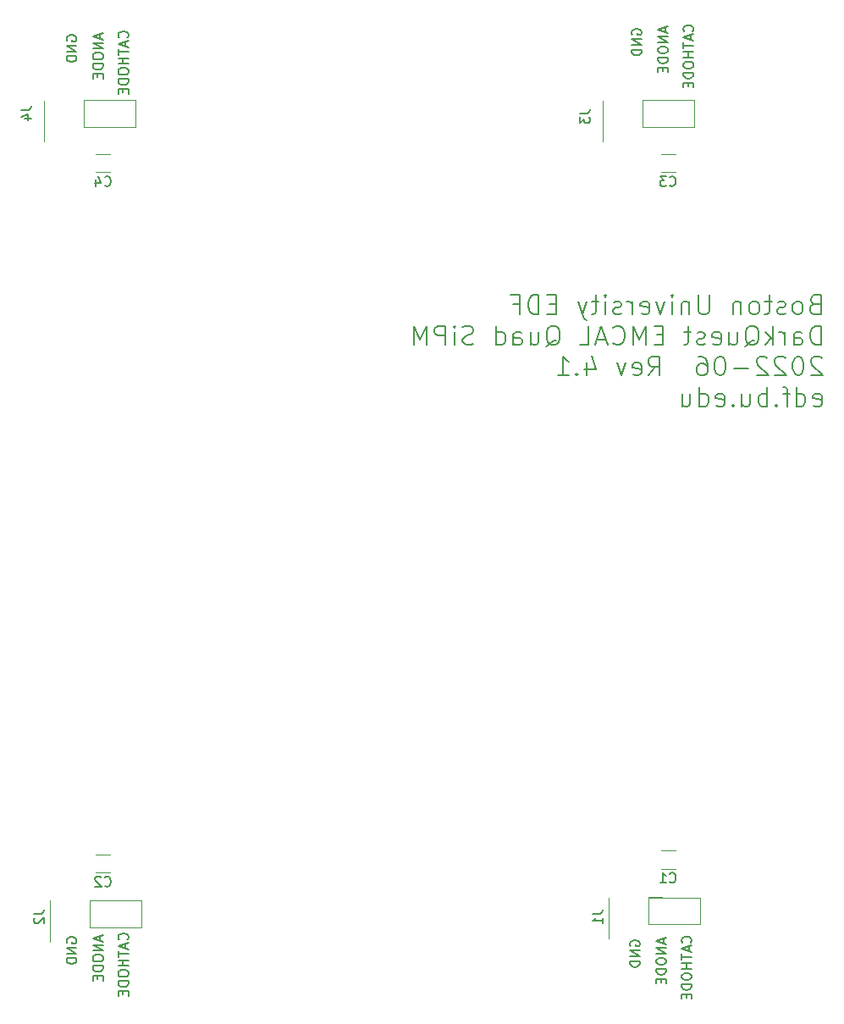
<source format=gbr>
%TF.GenerationSoftware,KiCad,Pcbnew,7.0.5-0*%
%TF.CreationDate,2023-06-12T10:58:38-04:00*%
%TF.ProjectId,quad_sipm,71756164-5f73-4697-906d-2e6b69636164,rev?*%
%TF.SameCoordinates,Original*%
%TF.FileFunction,Legend,Bot*%
%TF.FilePolarity,Positive*%
%FSLAX46Y46*%
G04 Gerber Fmt 4.6, Leading zero omitted, Abs format (unit mm)*
G04 Created by KiCad (PCBNEW 7.0.5-0) date 2023-06-12 10:58:38*
%MOMM*%
%LPD*%
G01*
G04 APERTURE LIST*
%ADD10C,0.150000*%
%ADD11C,0.203200*%
%ADD12C,0.120000*%
G04 APERTURE END LIST*
D10*
X130709580Y-51809999D02*
X130757200Y-51762380D01*
X130757200Y-51762380D02*
X130804819Y-51619523D01*
X130804819Y-51619523D02*
X130804819Y-51524285D01*
X130804819Y-51524285D02*
X130757200Y-51381428D01*
X130757200Y-51381428D02*
X130661961Y-51286190D01*
X130661961Y-51286190D02*
X130566723Y-51238571D01*
X130566723Y-51238571D02*
X130376247Y-51190952D01*
X130376247Y-51190952D02*
X130233390Y-51190952D01*
X130233390Y-51190952D02*
X130042914Y-51238571D01*
X130042914Y-51238571D02*
X129947676Y-51286190D01*
X129947676Y-51286190D02*
X129852438Y-51381428D01*
X129852438Y-51381428D02*
X129804819Y-51524285D01*
X129804819Y-51524285D02*
X129804819Y-51619523D01*
X129804819Y-51619523D02*
X129852438Y-51762380D01*
X129852438Y-51762380D02*
X129900057Y-51809999D01*
X130519104Y-52190952D02*
X130519104Y-52667142D01*
X130804819Y-52095714D02*
X129804819Y-52429047D01*
X129804819Y-52429047D02*
X130804819Y-52762380D01*
X129804819Y-52952857D02*
X129804819Y-53524285D01*
X130804819Y-53238571D02*
X129804819Y-53238571D01*
X130804819Y-53857619D02*
X129804819Y-53857619D01*
X130281009Y-53857619D02*
X130281009Y-54429047D01*
X130804819Y-54429047D02*
X129804819Y-54429047D01*
X129804819Y-55095714D02*
X129804819Y-55286190D01*
X129804819Y-55286190D02*
X129852438Y-55381428D01*
X129852438Y-55381428D02*
X129947676Y-55476666D01*
X129947676Y-55476666D02*
X130138152Y-55524285D01*
X130138152Y-55524285D02*
X130471485Y-55524285D01*
X130471485Y-55524285D02*
X130661961Y-55476666D01*
X130661961Y-55476666D02*
X130757200Y-55381428D01*
X130757200Y-55381428D02*
X130804819Y-55286190D01*
X130804819Y-55286190D02*
X130804819Y-55095714D01*
X130804819Y-55095714D02*
X130757200Y-55000476D01*
X130757200Y-55000476D02*
X130661961Y-54905238D01*
X130661961Y-54905238D02*
X130471485Y-54857619D01*
X130471485Y-54857619D02*
X130138152Y-54857619D01*
X130138152Y-54857619D02*
X129947676Y-54905238D01*
X129947676Y-54905238D02*
X129852438Y-55000476D01*
X129852438Y-55000476D02*
X129804819Y-55095714D01*
X130804819Y-55952857D02*
X129804819Y-55952857D01*
X129804819Y-55952857D02*
X129804819Y-56190952D01*
X129804819Y-56190952D02*
X129852438Y-56333809D01*
X129852438Y-56333809D02*
X129947676Y-56429047D01*
X129947676Y-56429047D02*
X130042914Y-56476666D01*
X130042914Y-56476666D02*
X130233390Y-56524285D01*
X130233390Y-56524285D02*
X130376247Y-56524285D01*
X130376247Y-56524285D02*
X130566723Y-56476666D01*
X130566723Y-56476666D02*
X130661961Y-56429047D01*
X130661961Y-56429047D02*
X130757200Y-56333809D01*
X130757200Y-56333809D02*
X130804819Y-56190952D01*
X130804819Y-56190952D02*
X130804819Y-55952857D01*
X130281009Y-56952857D02*
X130281009Y-57286190D01*
X130804819Y-57429047D02*
X130804819Y-56952857D01*
X130804819Y-56952857D02*
X129804819Y-56952857D01*
X129804819Y-56952857D02*
X129804819Y-57429047D01*
X124677438Y-52133095D02*
X124629819Y-52037857D01*
X124629819Y-52037857D02*
X124629819Y-51895000D01*
X124629819Y-51895000D02*
X124677438Y-51752143D01*
X124677438Y-51752143D02*
X124772676Y-51656905D01*
X124772676Y-51656905D02*
X124867914Y-51609286D01*
X124867914Y-51609286D02*
X125058390Y-51561667D01*
X125058390Y-51561667D02*
X125201247Y-51561667D01*
X125201247Y-51561667D02*
X125391723Y-51609286D01*
X125391723Y-51609286D02*
X125486961Y-51656905D01*
X125486961Y-51656905D02*
X125582200Y-51752143D01*
X125582200Y-51752143D02*
X125629819Y-51895000D01*
X125629819Y-51895000D02*
X125629819Y-51990238D01*
X125629819Y-51990238D02*
X125582200Y-52133095D01*
X125582200Y-52133095D02*
X125534580Y-52180714D01*
X125534580Y-52180714D02*
X125201247Y-52180714D01*
X125201247Y-52180714D02*
X125201247Y-51990238D01*
X125629819Y-52609286D02*
X124629819Y-52609286D01*
X124629819Y-52609286D02*
X125629819Y-53180714D01*
X125629819Y-53180714D02*
X124629819Y-53180714D01*
X125629819Y-53656905D02*
X124629819Y-53656905D01*
X124629819Y-53656905D02*
X124629819Y-53895000D01*
X124629819Y-53895000D02*
X124677438Y-54037857D01*
X124677438Y-54037857D02*
X124772676Y-54133095D01*
X124772676Y-54133095D02*
X124867914Y-54180714D01*
X124867914Y-54180714D02*
X125058390Y-54228333D01*
X125058390Y-54228333D02*
X125201247Y-54228333D01*
X125201247Y-54228333D02*
X125391723Y-54180714D01*
X125391723Y-54180714D02*
X125486961Y-54133095D01*
X125486961Y-54133095D02*
X125582200Y-54037857D01*
X125582200Y-54037857D02*
X125629819Y-53895000D01*
X125629819Y-53895000D02*
X125629819Y-53656905D01*
X127979104Y-51436905D02*
X127979104Y-51913095D01*
X128264819Y-51341667D02*
X127264819Y-51675000D01*
X127264819Y-51675000D02*
X128264819Y-52008333D01*
X128264819Y-52341667D02*
X127264819Y-52341667D01*
X127264819Y-52341667D02*
X128264819Y-52913095D01*
X128264819Y-52913095D02*
X127264819Y-52913095D01*
X127264819Y-53579762D02*
X127264819Y-53770238D01*
X127264819Y-53770238D02*
X127312438Y-53865476D01*
X127312438Y-53865476D02*
X127407676Y-53960714D01*
X127407676Y-53960714D02*
X127598152Y-54008333D01*
X127598152Y-54008333D02*
X127931485Y-54008333D01*
X127931485Y-54008333D02*
X128121961Y-53960714D01*
X128121961Y-53960714D02*
X128217200Y-53865476D01*
X128217200Y-53865476D02*
X128264819Y-53770238D01*
X128264819Y-53770238D02*
X128264819Y-53579762D01*
X128264819Y-53579762D02*
X128217200Y-53484524D01*
X128217200Y-53484524D02*
X128121961Y-53389286D01*
X128121961Y-53389286D02*
X127931485Y-53341667D01*
X127931485Y-53341667D02*
X127598152Y-53341667D01*
X127598152Y-53341667D02*
X127407676Y-53389286D01*
X127407676Y-53389286D02*
X127312438Y-53484524D01*
X127312438Y-53484524D02*
X127264819Y-53579762D01*
X128264819Y-54436905D02*
X127264819Y-54436905D01*
X127264819Y-54436905D02*
X127264819Y-54675000D01*
X127264819Y-54675000D02*
X127312438Y-54817857D01*
X127312438Y-54817857D02*
X127407676Y-54913095D01*
X127407676Y-54913095D02*
X127502914Y-54960714D01*
X127502914Y-54960714D02*
X127693390Y-55008333D01*
X127693390Y-55008333D02*
X127836247Y-55008333D01*
X127836247Y-55008333D02*
X128026723Y-54960714D01*
X128026723Y-54960714D02*
X128121961Y-54913095D01*
X128121961Y-54913095D02*
X128217200Y-54817857D01*
X128217200Y-54817857D02*
X128264819Y-54675000D01*
X128264819Y-54675000D02*
X128264819Y-54436905D01*
X127741009Y-55436905D02*
X127741009Y-55770238D01*
X128264819Y-55913095D02*
X128264819Y-55436905D01*
X128264819Y-55436905D02*
X127264819Y-55436905D01*
X127264819Y-55436905D02*
X127264819Y-55913095D01*
X68162438Y-142938095D02*
X68114819Y-142842857D01*
X68114819Y-142842857D02*
X68114819Y-142700000D01*
X68114819Y-142700000D02*
X68162438Y-142557143D01*
X68162438Y-142557143D02*
X68257676Y-142461905D01*
X68257676Y-142461905D02*
X68352914Y-142414286D01*
X68352914Y-142414286D02*
X68543390Y-142366667D01*
X68543390Y-142366667D02*
X68686247Y-142366667D01*
X68686247Y-142366667D02*
X68876723Y-142414286D01*
X68876723Y-142414286D02*
X68971961Y-142461905D01*
X68971961Y-142461905D02*
X69067200Y-142557143D01*
X69067200Y-142557143D02*
X69114819Y-142700000D01*
X69114819Y-142700000D02*
X69114819Y-142795238D01*
X69114819Y-142795238D02*
X69067200Y-142938095D01*
X69067200Y-142938095D02*
X69019580Y-142985714D01*
X69019580Y-142985714D02*
X68686247Y-142985714D01*
X68686247Y-142985714D02*
X68686247Y-142795238D01*
X69114819Y-143414286D02*
X68114819Y-143414286D01*
X68114819Y-143414286D02*
X69114819Y-143985714D01*
X69114819Y-143985714D02*
X68114819Y-143985714D01*
X69114819Y-144461905D02*
X68114819Y-144461905D01*
X68114819Y-144461905D02*
X68114819Y-144700000D01*
X68114819Y-144700000D02*
X68162438Y-144842857D01*
X68162438Y-144842857D02*
X68257676Y-144938095D01*
X68257676Y-144938095D02*
X68352914Y-144985714D01*
X68352914Y-144985714D02*
X68543390Y-145033333D01*
X68543390Y-145033333D02*
X68686247Y-145033333D01*
X68686247Y-145033333D02*
X68876723Y-144985714D01*
X68876723Y-144985714D02*
X68971961Y-144938095D01*
X68971961Y-144938095D02*
X69067200Y-144842857D01*
X69067200Y-144842857D02*
X69114819Y-144700000D01*
X69114819Y-144700000D02*
X69114819Y-144461905D01*
X71464104Y-142241905D02*
X71464104Y-142718095D01*
X71749819Y-142146667D02*
X70749819Y-142480000D01*
X70749819Y-142480000D02*
X71749819Y-142813333D01*
X71749819Y-143146667D02*
X70749819Y-143146667D01*
X70749819Y-143146667D02*
X71749819Y-143718095D01*
X71749819Y-143718095D02*
X70749819Y-143718095D01*
X70749819Y-144384762D02*
X70749819Y-144575238D01*
X70749819Y-144575238D02*
X70797438Y-144670476D01*
X70797438Y-144670476D02*
X70892676Y-144765714D01*
X70892676Y-144765714D02*
X71083152Y-144813333D01*
X71083152Y-144813333D02*
X71416485Y-144813333D01*
X71416485Y-144813333D02*
X71606961Y-144765714D01*
X71606961Y-144765714D02*
X71702200Y-144670476D01*
X71702200Y-144670476D02*
X71749819Y-144575238D01*
X71749819Y-144575238D02*
X71749819Y-144384762D01*
X71749819Y-144384762D02*
X71702200Y-144289524D01*
X71702200Y-144289524D02*
X71606961Y-144194286D01*
X71606961Y-144194286D02*
X71416485Y-144146667D01*
X71416485Y-144146667D02*
X71083152Y-144146667D01*
X71083152Y-144146667D02*
X70892676Y-144194286D01*
X70892676Y-144194286D02*
X70797438Y-144289524D01*
X70797438Y-144289524D02*
X70749819Y-144384762D01*
X71749819Y-145241905D02*
X70749819Y-145241905D01*
X70749819Y-145241905D02*
X70749819Y-145480000D01*
X70749819Y-145480000D02*
X70797438Y-145622857D01*
X70797438Y-145622857D02*
X70892676Y-145718095D01*
X70892676Y-145718095D02*
X70987914Y-145765714D01*
X70987914Y-145765714D02*
X71178390Y-145813333D01*
X71178390Y-145813333D02*
X71321247Y-145813333D01*
X71321247Y-145813333D02*
X71511723Y-145765714D01*
X71511723Y-145765714D02*
X71606961Y-145718095D01*
X71606961Y-145718095D02*
X71702200Y-145622857D01*
X71702200Y-145622857D02*
X71749819Y-145480000D01*
X71749819Y-145480000D02*
X71749819Y-145241905D01*
X71226009Y-146241905D02*
X71226009Y-146575238D01*
X71749819Y-146718095D02*
X71749819Y-146241905D01*
X71749819Y-146241905D02*
X70749819Y-146241905D01*
X70749819Y-146241905D02*
X70749819Y-146718095D01*
X74194580Y-52444999D02*
X74242200Y-52397380D01*
X74242200Y-52397380D02*
X74289819Y-52254523D01*
X74289819Y-52254523D02*
X74289819Y-52159285D01*
X74289819Y-52159285D02*
X74242200Y-52016428D01*
X74242200Y-52016428D02*
X74146961Y-51921190D01*
X74146961Y-51921190D02*
X74051723Y-51873571D01*
X74051723Y-51873571D02*
X73861247Y-51825952D01*
X73861247Y-51825952D02*
X73718390Y-51825952D01*
X73718390Y-51825952D02*
X73527914Y-51873571D01*
X73527914Y-51873571D02*
X73432676Y-51921190D01*
X73432676Y-51921190D02*
X73337438Y-52016428D01*
X73337438Y-52016428D02*
X73289819Y-52159285D01*
X73289819Y-52159285D02*
X73289819Y-52254523D01*
X73289819Y-52254523D02*
X73337438Y-52397380D01*
X73337438Y-52397380D02*
X73385057Y-52444999D01*
X74004104Y-52825952D02*
X74004104Y-53302142D01*
X74289819Y-52730714D02*
X73289819Y-53064047D01*
X73289819Y-53064047D02*
X74289819Y-53397380D01*
X73289819Y-53587857D02*
X73289819Y-54159285D01*
X74289819Y-53873571D02*
X73289819Y-53873571D01*
X74289819Y-54492619D02*
X73289819Y-54492619D01*
X73766009Y-54492619D02*
X73766009Y-55064047D01*
X74289819Y-55064047D02*
X73289819Y-55064047D01*
X73289819Y-55730714D02*
X73289819Y-55921190D01*
X73289819Y-55921190D02*
X73337438Y-56016428D01*
X73337438Y-56016428D02*
X73432676Y-56111666D01*
X73432676Y-56111666D02*
X73623152Y-56159285D01*
X73623152Y-56159285D02*
X73956485Y-56159285D01*
X73956485Y-56159285D02*
X74146961Y-56111666D01*
X74146961Y-56111666D02*
X74242200Y-56016428D01*
X74242200Y-56016428D02*
X74289819Y-55921190D01*
X74289819Y-55921190D02*
X74289819Y-55730714D01*
X74289819Y-55730714D02*
X74242200Y-55635476D01*
X74242200Y-55635476D02*
X74146961Y-55540238D01*
X74146961Y-55540238D02*
X73956485Y-55492619D01*
X73956485Y-55492619D02*
X73623152Y-55492619D01*
X73623152Y-55492619D02*
X73432676Y-55540238D01*
X73432676Y-55540238D02*
X73337438Y-55635476D01*
X73337438Y-55635476D02*
X73289819Y-55730714D01*
X74289819Y-56587857D02*
X73289819Y-56587857D01*
X73289819Y-56587857D02*
X73289819Y-56825952D01*
X73289819Y-56825952D02*
X73337438Y-56968809D01*
X73337438Y-56968809D02*
X73432676Y-57064047D01*
X73432676Y-57064047D02*
X73527914Y-57111666D01*
X73527914Y-57111666D02*
X73718390Y-57159285D01*
X73718390Y-57159285D02*
X73861247Y-57159285D01*
X73861247Y-57159285D02*
X74051723Y-57111666D01*
X74051723Y-57111666D02*
X74146961Y-57064047D01*
X74146961Y-57064047D02*
X74242200Y-56968809D01*
X74242200Y-56968809D02*
X74289819Y-56825952D01*
X74289819Y-56825952D02*
X74289819Y-56587857D01*
X73766009Y-57587857D02*
X73766009Y-57921190D01*
X74289819Y-58064047D02*
X74289819Y-57587857D01*
X74289819Y-57587857D02*
X73289819Y-57587857D01*
X73289819Y-57587857D02*
X73289819Y-58064047D01*
X71464104Y-52071905D02*
X71464104Y-52548095D01*
X71749819Y-51976667D02*
X70749819Y-52310000D01*
X70749819Y-52310000D02*
X71749819Y-52643333D01*
X71749819Y-52976667D02*
X70749819Y-52976667D01*
X70749819Y-52976667D02*
X71749819Y-53548095D01*
X71749819Y-53548095D02*
X70749819Y-53548095D01*
X70749819Y-54214762D02*
X70749819Y-54405238D01*
X70749819Y-54405238D02*
X70797438Y-54500476D01*
X70797438Y-54500476D02*
X70892676Y-54595714D01*
X70892676Y-54595714D02*
X71083152Y-54643333D01*
X71083152Y-54643333D02*
X71416485Y-54643333D01*
X71416485Y-54643333D02*
X71606961Y-54595714D01*
X71606961Y-54595714D02*
X71702200Y-54500476D01*
X71702200Y-54500476D02*
X71749819Y-54405238D01*
X71749819Y-54405238D02*
X71749819Y-54214762D01*
X71749819Y-54214762D02*
X71702200Y-54119524D01*
X71702200Y-54119524D02*
X71606961Y-54024286D01*
X71606961Y-54024286D02*
X71416485Y-53976667D01*
X71416485Y-53976667D02*
X71083152Y-53976667D01*
X71083152Y-53976667D02*
X70892676Y-54024286D01*
X70892676Y-54024286D02*
X70797438Y-54119524D01*
X70797438Y-54119524D02*
X70749819Y-54214762D01*
X71749819Y-55071905D02*
X70749819Y-55071905D01*
X70749819Y-55071905D02*
X70749819Y-55310000D01*
X70749819Y-55310000D02*
X70797438Y-55452857D01*
X70797438Y-55452857D02*
X70892676Y-55548095D01*
X70892676Y-55548095D02*
X70987914Y-55595714D01*
X70987914Y-55595714D02*
X71178390Y-55643333D01*
X71178390Y-55643333D02*
X71321247Y-55643333D01*
X71321247Y-55643333D02*
X71511723Y-55595714D01*
X71511723Y-55595714D02*
X71606961Y-55548095D01*
X71606961Y-55548095D02*
X71702200Y-55452857D01*
X71702200Y-55452857D02*
X71749819Y-55310000D01*
X71749819Y-55310000D02*
X71749819Y-55071905D01*
X71226009Y-56071905D02*
X71226009Y-56405238D01*
X71749819Y-56548095D02*
X71749819Y-56071905D01*
X71749819Y-56071905D02*
X70749819Y-56071905D01*
X70749819Y-56071905D02*
X70749819Y-56548095D01*
X74194580Y-142614999D02*
X74242200Y-142567380D01*
X74242200Y-142567380D02*
X74289819Y-142424523D01*
X74289819Y-142424523D02*
X74289819Y-142329285D01*
X74289819Y-142329285D02*
X74242200Y-142186428D01*
X74242200Y-142186428D02*
X74146961Y-142091190D01*
X74146961Y-142091190D02*
X74051723Y-142043571D01*
X74051723Y-142043571D02*
X73861247Y-141995952D01*
X73861247Y-141995952D02*
X73718390Y-141995952D01*
X73718390Y-141995952D02*
X73527914Y-142043571D01*
X73527914Y-142043571D02*
X73432676Y-142091190D01*
X73432676Y-142091190D02*
X73337438Y-142186428D01*
X73337438Y-142186428D02*
X73289819Y-142329285D01*
X73289819Y-142329285D02*
X73289819Y-142424523D01*
X73289819Y-142424523D02*
X73337438Y-142567380D01*
X73337438Y-142567380D02*
X73385057Y-142614999D01*
X74004104Y-142995952D02*
X74004104Y-143472142D01*
X74289819Y-142900714D02*
X73289819Y-143234047D01*
X73289819Y-143234047D02*
X74289819Y-143567380D01*
X73289819Y-143757857D02*
X73289819Y-144329285D01*
X74289819Y-144043571D02*
X73289819Y-144043571D01*
X74289819Y-144662619D02*
X73289819Y-144662619D01*
X73766009Y-144662619D02*
X73766009Y-145234047D01*
X74289819Y-145234047D02*
X73289819Y-145234047D01*
X73289819Y-145900714D02*
X73289819Y-146091190D01*
X73289819Y-146091190D02*
X73337438Y-146186428D01*
X73337438Y-146186428D02*
X73432676Y-146281666D01*
X73432676Y-146281666D02*
X73623152Y-146329285D01*
X73623152Y-146329285D02*
X73956485Y-146329285D01*
X73956485Y-146329285D02*
X74146961Y-146281666D01*
X74146961Y-146281666D02*
X74242200Y-146186428D01*
X74242200Y-146186428D02*
X74289819Y-146091190D01*
X74289819Y-146091190D02*
X74289819Y-145900714D01*
X74289819Y-145900714D02*
X74242200Y-145805476D01*
X74242200Y-145805476D02*
X74146961Y-145710238D01*
X74146961Y-145710238D02*
X73956485Y-145662619D01*
X73956485Y-145662619D02*
X73623152Y-145662619D01*
X73623152Y-145662619D02*
X73432676Y-145710238D01*
X73432676Y-145710238D02*
X73337438Y-145805476D01*
X73337438Y-145805476D02*
X73289819Y-145900714D01*
X74289819Y-146757857D02*
X73289819Y-146757857D01*
X73289819Y-146757857D02*
X73289819Y-146995952D01*
X73289819Y-146995952D02*
X73337438Y-147138809D01*
X73337438Y-147138809D02*
X73432676Y-147234047D01*
X73432676Y-147234047D02*
X73527914Y-147281666D01*
X73527914Y-147281666D02*
X73718390Y-147329285D01*
X73718390Y-147329285D02*
X73861247Y-147329285D01*
X73861247Y-147329285D02*
X74051723Y-147281666D01*
X74051723Y-147281666D02*
X74146961Y-147234047D01*
X74146961Y-147234047D02*
X74242200Y-147138809D01*
X74242200Y-147138809D02*
X74289819Y-146995952D01*
X74289819Y-146995952D02*
X74289819Y-146757857D01*
X73766009Y-147757857D02*
X73766009Y-148091190D01*
X74289819Y-148234047D02*
X74289819Y-147757857D01*
X74289819Y-147757857D02*
X73289819Y-147757857D01*
X73289819Y-147757857D02*
X73289819Y-148234047D01*
X127804104Y-142541905D02*
X127804104Y-143018095D01*
X128089819Y-142446667D02*
X127089819Y-142780000D01*
X127089819Y-142780000D02*
X128089819Y-143113333D01*
X128089819Y-143446667D02*
X127089819Y-143446667D01*
X127089819Y-143446667D02*
X128089819Y-144018095D01*
X128089819Y-144018095D02*
X127089819Y-144018095D01*
X127089819Y-144684762D02*
X127089819Y-144875238D01*
X127089819Y-144875238D02*
X127137438Y-144970476D01*
X127137438Y-144970476D02*
X127232676Y-145065714D01*
X127232676Y-145065714D02*
X127423152Y-145113333D01*
X127423152Y-145113333D02*
X127756485Y-145113333D01*
X127756485Y-145113333D02*
X127946961Y-145065714D01*
X127946961Y-145065714D02*
X128042200Y-144970476D01*
X128042200Y-144970476D02*
X128089819Y-144875238D01*
X128089819Y-144875238D02*
X128089819Y-144684762D01*
X128089819Y-144684762D02*
X128042200Y-144589524D01*
X128042200Y-144589524D02*
X127946961Y-144494286D01*
X127946961Y-144494286D02*
X127756485Y-144446667D01*
X127756485Y-144446667D02*
X127423152Y-144446667D01*
X127423152Y-144446667D02*
X127232676Y-144494286D01*
X127232676Y-144494286D02*
X127137438Y-144589524D01*
X127137438Y-144589524D02*
X127089819Y-144684762D01*
X128089819Y-145541905D02*
X127089819Y-145541905D01*
X127089819Y-145541905D02*
X127089819Y-145780000D01*
X127089819Y-145780000D02*
X127137438Y-145922857D01*
X127137438Y-145922857D02*
X127232676Y-146018095D01*
X127232676Y-146018095D02*
X127327914Y-146065714D01*
X127327914Y-146065714D02*
X127518390Y-146113333D01*
X127518390Y-146113333D02*
X127661247Y-146113333D01*
X127661247Y-146113333D02*
X127851723Y-146065714D01*
X127851723Y-146065714D02*
X127946961Y-146018095D01*
X127946961Y-146018095D02*
X128042200Y-145922857D01*
X128042200Y-145922857D02*
X128089819Y-145780000D01*
X128089819Y-145780000D02*
X128089819Y-145541905D01*
X127566009Y-146541905D02*
X127566009Y-146875238D01*
X128089819Y-147018095D02*
X128089819Y-146541905D01*
X128089819Y-146541905D02*
X127089819Y-146541905D01*
X127089819Y-146541905D02*
X127089819Y-147018095D01*
X124502438Y-143238095D02*
X124454819Y-143142857D01*
X124454819Y-143142857D02*
X124454819Y-143000000D01*
X124454819Y-143000000D02*
X124502438Y-142857143D01*
X124502438Y-142857143D02*
X124597676Y-142761905D01*
X124597676Y-142761905D02*
X124692914Y-142714286D01*
X124692914Y-142714286D02*
X124883390Y-142666667D01*
X124883390Y-142666667D02*
X125026247Y-142666667D01*
X125026247Y-142666667D02*
X125216723Y-142714286D01*
X125216723Y-142714286D02*
X125311961Y-142761905D01*
X125311961Y-142761905D02*
X125407200Y-142857143D01*
X125407200Y-142857143D02*
X125454819Y-143000000D01*
X125454819Y-143000000D02*
X125454819Y-143095238D01*
X125454819Y-143095238D02*
X125407200Y-143238095D01*
X125407200Y-143238095D02*
X125359580Y-143285714D01*
X125359580Y-143285714D02*
X125026247Y-143285714D01*
X125026247Y-143285714D02*
X125026247Y-143095238D01*
X125454819Y-143714286D02*
X124454819Y-143714286D01*
X124454819Y-143714286D02*
X125454819Y-144285714D01*
X125454819Y-144285714D02*
X124454819Y-144285714D01*
X125454819Y-144761905D02*
X124454819Y-144761905D01*
X124454819Y-144761905D02*
X124454819Y-145000000D01*
X124454819Y-145000000D02*
X124502438Y-145142857D01*
X124502438Y-145142857D02*
X124597676Y-145238095D01*
X124597676Y-145238095D02*
X124692914Y-145285714D01*
X124692914Y-145285714D02*
X124883390Y-145333333D01*
X124883390Y-145333333D02*
X125026247Y-145333333D01*
X125026247Y-145333333D02*
X125216723Y-145285714D01*
X125216723Y-145285714D02*
X125311961Y-145238095D01*
X125311961Y-145238095D02*
X125407200Y-145142857D01*
X125407200Y-145142857D02*
X125454819Y-145000000D01*
X125454819Y-145000000D02*
X125454819Y-144761905D01*
X130534580Y-142914999D02*
X130582200Y-142867380D01*
X130582200Y-142867380D02*
X130629819Y-142724523D01*
X130629819Y-142724523D02*
X130629819Y-142629285D01*
X130629819Y-142629285D02*
X130582200Y-142486428D01*
X130582200Y-142486428D02*
X130486961Y-142391190D01*
X130486961Y-142391190D02*
X130391723Y-142343571D01*
X130391723Y-142343571D02*
X130201247Y-142295952D01*
X130201247Y-142295952D02*
X130058390Y-142295952D01*
X130058390Y-142295952D02*
X129867914Y-142343571D01*
X129867914Y-142343571D02*
X129772676Y-142391190D01*
X129772676Y-142391190D02*
X129677438Y-142486428D01*
X129677438Y-142486428D02*
X129629819Y-142629285D01*
X129629819Y-142629285D02*
X129629819Y-142724523D01*
X129629819Y-142724523D02*
X129677438Y-142867380D01*
X129677438Y-142867380D02*
X129725057Y-142914999D01*
X130344104Y-143295952D02*
X130344104Y-143772142D01*
X130629819Y-143200714D02*
X129629819Y-143534047D01*
X129629819Y-143534047D02*
X130629819Y-143867380D01*
X129629819Y-144057857D02*
X129629819Y-144629285D01*
X130629819Y-144343571D02*
X129629819Y-144343571D01*
X130629819Y-144962619D02*
X129629819Y-144962619D01*
X130106009Y-144962619D02*
X130106009Y-145534047D01*
X130629819Y-145534047D02*
X129629819Y-145534047D01*
X129629819Y-146200714D02*
X129629819Y-146391190D01*
X129629819Y-146391190D02*
X129677438Y-146486428D01*
X129677438Y-146486428D02*
X129772676Y-146581666D01*
X129772676Y-146581666D02*
X129963152Y-146629285D01*
X129963152Y-146629285D02*
X130296485Y-146629285D01*
X130296485Y-146629285D02*
X130486961Y-146581666D01*
X130486961Y-146581666D02*
X130582200Y-146486428D01*
X130582200Y-146486428D02*
X130629819Y-146391190D01*
X130629819Y-146391190D02*
X130629819Y-146200714D01*
X130629819Y-146200714D02*
X130582200Y-146105476D01*
X130582200Y-146105476D02*
X130486961Y-146010238D01*
X130486961Y-146010238D02*
X130296485Y-145962619D01*
X130296485Y-145962619D02*
X129963152Y-145962619D01*
X129963152Y-145962619D02*
X129772676Y-146010238D01*
X129772676Y-146010238D02*
X129677438Y-146105476D01*
X129677438Y-146105476D02*
X129629819Y-146200714D01*
X130629819Y-147057857D02*
X129629819Y-147057857D01*
X129629819Y-147057857D02*
X129629819Y-147295952D01*
X129629819Y-147295952D02*
X129677438Y-147438809D01*
X129677438Y-147438809D02*
X129772676Y-147534047D01*
X129772676Y-147534047D02*
X129867914Y-147581666D01*
X129867914Y-147581666D02*
X130058390Y-147629285D01*
X130058390Y-147629285D02*
X130201247Y-147629285D01*
X130201247Y-147629285D02*
X130391723Y-147581666D01*
X130391723Y-147581666D02*
X130486961Y-147534047D01*
X130486961Y-147534047D02*
X130582200Y-147438809D01*
X130582200Y-147438809D02*
X130629819Y-147295952D01*
X130629819Y-147295952D02*
X130629819Y-147057857D01*
X130106009Y-148057857D02*
X130106009Y-148391190D01*
X130629819Y-148534047D02*
X130629819Y-148057857D01*
X130629819Y-148057857D02*
X129629819Y-148057857D01*
X129629819Y-148057857D02*
X129629819Y-148534047D01*
D11*
X142922744Y-79092290D02*
X142650601Y-79183004D01*
X142650601Y-79183004D02*
X142559887Y-79273718D01*
X142559887Y-79273718D02*
X142469173Y-79455147D01*
X142469173Y-79455147D02*
X142469173Y-79727290D01*
X142469173Y-79727290D02*
X142559887Y-79908718D01*
X142559887Y-79908718D02*
X142650601Y-79999433D01*
X142650601Y-79999433D02*
X142832030Y-80090147D01*
X142832030Y-80090147D02*
X143557744Y-80090147D01*
X143557744Y-80090147D02*
X143557744Y-78185147D01*
X143557744Y-78185147D02*
X142922744Y-78185147D01*
X142922744Y-78185147D02*
X142741316Y-78275861D01*
X142741316Y-78275861D02*
X142650601Y-78366575D01*
X142650601Y-78366575D02*
X142559887Y-78548004D01*
X142559887Y-78548004D02*
X142559887Y-78729433D01*
X142559887Y-78729433D02*
X142650601Y-78910861D01*
X142650601Y-78910861D02*
X142741316Y-79001575D01*
X142741316Y-79001575D02*
X142922744Y-79092290D01*
X142922744Y-79092290D02*
X143557744Y-79092290D01*
X141380601Y-80090147D02*
X141562030Y-79999433D01*
X141562030Y-79999433D02*
X141652744Y-79908718D01*
X141652744Y-79908718D02*
X141743458Y-79727290D01*
X141743458Y-79727290D02*
X141743458Y-79183004D01*
X141743458Y-79183004D02*
X141652744Y-79001575D01*
X141652744Y-79001575D02*
X141562030Y-78910861D01*
X141562030Y-78910861D02*
X141380601Y-78820147D01*
X141380601Y-78820147D02*
X141108458Y-78820147D01*
X141108458Y-78820147D02*
X140927030Y-78910861D01*
X140927030Y-78910861D02*
X140836316Y-79001575D01*
X140836316Y-79001575D02*
X140745601Y-79183004D01*
X140745601Y-79183004D02*
X140745601Y-79727290D01*
X140745601Y-79727290D02*
X140836316Y-79908718D01*
X140836316Y-79908718D02*
X140927030Y-79999433D01*
X140927030Y-79999433D02*
X141108458Y-80090147D01*
X141108458Y-80090147D02*
X141380601Y-80090147D01*
X140019887Y-79999433D02*
X139838459Y-80090147D01*
X139838459Y-80090147D02*
X139475602Y-80090147D01*
X139475602Y-80090147D02*
X139294173Y-79999433D01*
X139294173Y-79999433D02*
X139203459Y-79818004D01*
X139203459Y-79818004D02*
X139203459Y-79727290D01*
X139203459Y-79727290D02*
X139294173Y-79545861D01*
X139294173Y-79545861D02*
X139475602Y-79455147D01*
X139475602Y-79455147D02*
X139747745Y-79455147D01*
X139747745Y-79455147D02*
X139929173Y-79364433D01*
X139929173Y-79364433D02*
X140019887Y-79183004D01*
X140019887Y-79183004D02*
X140019887Y-79092290D01*
X140019887Y-79092290D02*
X139929173Y-78910861D01*
X139929173Y-78910861D02*
X139747745Y-78820147D01*
X139747745Y-78820147D02*
X139475602Y-78820147D01*
X139475602Y-78820147D02*
X139294173Y-78910861D01*
X138659173Y-78820147D02*
X137933459Y-78820147D01*
X138387030Y-78185147D02*
X138387030Y-79818004D01*
X138387030Y-79818004D02*
X138296316Y-79999433D01*
X138296316Y-79999433D02*
X138114887Y-80090147D01*
X138114887Y-80090147D02*
X137933459Y-80090147D01*
X137026316Y-80090147D02*
X137207745Y-79999433D01*
X137207745Y-79999433D02*
X137298459Y-79908718D01*
X137298459Y-79908718D02*
X137389173Y-79727290D01*
X137389173Y-79727290D02*
X137389173Y-79183004D01*
X137389173Y-79183004D02*
X137298459Y-79001575D01*
X137298459Y-79001575D02*
X137207745Y-78910861D01*
X137207745Y-78910861D02*
X137026316Y-78820147D01*
X137026316Y-78820147D02*
X136754173Y-78820147D01*
X136754173Y-78820147D02*
X136572745Y-78910861D01*
X136572745Y-78910861D02*
X136482031Y-79001575D01*
X136482031Y-79001575D02*
X136391316Y-79183004D01*
X136391316Y-79183004D02*
X136391316Y-79727290D01*
X136391316Y-79727290D02*
X136482031Y-79908718D01*
X136482031Y-79908718D02*
X136572745Y-79999433D01*
X136572745Y-79999433D02*
X136754173Y-80090147D01*
X136754173Y-80090147D02*
X137026316Y-80090147D01*
X135574888Y-78820147D02*
X135574888Y-80090147D01*
X135574888Y-79001575D02*
X135484174Y-78910861D01*
X135484174Y-78910861D02*
X135302745Y-78820147D01*
X135302745Y-78820147D02*
X135030602Y-78820147D01*
X135030602Y-78820147D02*
X134849174Y-78910861D01*
X134849174Y-78910861D02*
X134758460Y-79092290D01*
X134758460Y-79092290D02*
X134758460Y-80090147D01*
X132399888Y-78185147D02*
X132399888Y-79727290D01*
X132399888Y-79727290D02*
X132309174Y-79908718D01*
X132309174Y-79908718D02*
X132218460Y-79999433D01*
X132218460Y-79999433D02*
X132037031Y-80090147D01*
X132037031Y-80090147D02*
X131674174Y-80090147D01*
X131674174Y-80090147D02*
X131492745Y-79999433D01*
X131492745Y-79999433D02*
X131402031Y-79908718D01*
X131402031Y-79908718D02*
X131311317Y-79727290D01*
X131311317Y-79727290D02*
X131311317Y-78185147D01*
X130404174Y-78820147D02*
X130404174Y-80090147D01*
X130404174Y-79001575D02*
X130313460Y-78910861D01*
X130313460Y-78910861D02*
X130132031Y-78820147D01*
X130132031Y-78820147D02*
X129859888Y-78820147D01*
X129859888Y-78820147D02*
X129678460Y-78910861D01*
X129678460Y-78910861D02*
X129587746Y-79092290D01*
X129587746Y-79092290D02*
X129587746Y-80090147D01*
X128680603Y-80090147D02*
X128680603Y-78820147D01*
X128680603Y-78185147D02*
X128771317Y-78275861D01*
X128771317Y-78275861D02*
X128680603Y-78366575D01*
X128680603Y-78366575D02*
X128589889Y-78275861D01*
X128589889Y-78275861D02*
X128680603Y-78185147D01*
X128680603Y-78185147D02*
X128680603Y-78366575D01*
X127954889Y-78820147D02*
X127501317Y-80090147D01*
X127501317Y-80090147D02*
X127047746Y-78820147D01*
X125596317Y-79999433D02*
X125777745Y-80090147D01*
X125777745Y-80090147D02*
X126140603Y-80090147D01*
X126140603Y-80090147D02*
X126322031Y-79999433D01*
X126322031Y-79999433D02*
X126412745Y-79818004D01*
X126412745Y-79818004D02*
X126412745Y-79092290D01*
X126412745Y-79092290D02*
X126322031Y-78910861D01*
X126322031Y-78910861D02*
X126140603Y-78820147D01*
X126140603Y-78820147D02*
X125777745Y-78820147D01*
X125777745Y-78820147D02*
X125596317Y-78910861D01*
X125596317Y-78910861D02*
X125505603Y-79092290D01*
X125505603Y-79092290D02*
X125505603Y-79273718D01*
X125505603Y-79273718D02*
X126412745Y-79455147D01*
X124689174Y-80090147D02*
X124689174Y-78820147D01*
X124689174Y-79183004D02*
X124598460Y-79001575D01*
X124598460Y-79001575D02*
X124507746Y-78910861D01*
X124507746Y-78910861D02*
X124326317Y-78820147D01*
X124326317Y-78820147D02*
X124144888Y-78820147D01*
X123600602Y-79999433D02*
X123419174Y-80090147D01*
X123419174Y-80090147D02*
X123056317Y-80090147D01*
X123056317Y-80090147D02*
X122874888Y-79999433D01*
X122874888Y-79999433D02*
X122784174Y-79818004D01*
X122784174Y-79818004D02*
X122784174Y-79727290D01*
X122784174Y-79727290D02*
X122874888Y-79545861D01*
X122874888Y-79545861D02*
X123056317Y-79455147D01*
X123056317Y-79455147D02*
X123328460Y-79455147D01*
X123328460Y-79455147D02*
X123509888Y-79364433D01*
X123509888Y-79364433D02*
X123600602Y-79183004D01*
X123600602Y-79183004D02*
X123600602Y-79092290D01*
X123600602Y-79092290D02*
X123509888Y-78910861D01*
X123509888Y-78910861D02*
X123328460Y-78820147D01*
X123328460Y-78820147D02*
X123056317Y-78820147D01*
X123056317Y-78820147D02*
X122874888Y-78910861D01*
X121967745Y-80090147D02*
X121967745Y-78820147D01*
X121967745Y-78185147D02*
X122058459Y-78275861D01*
X122058459Y-78275861D02*
X121967745Y-78366575D01*
X121967745Y-78366575D02*
X121877031Y-78275861D01*
X121877031Y-78275861D02*
X121967745Y-78185147D01*
X121967745Y-78185147D02*
X121967745Y-78366575D01*
X121332745Y-78820147D02*
X120607031Y-78820147D01*
X121060602Y-78185147D02*
X121060602Y-79818004D01*
X121060602Y-79818004D02*
X120969888Y-79999433D01*
X120969888Y-79999433D02*
X120788459Y-80090147D01*
X120788459Y-80090147D02*
X120607031Y-80090147D01*
X120153460Y-78820147D02*
X119699888Y-80090147D01*
X119246317Y-78820147D02*
X119699888Y-80090147D01*
X119699888Y-80090147D02*
X119881317Y-80543718D01*
X119881317Y-80543718D02*
X119972031Y-80634433D01*
X119972031Y-80634433D02*
X120153460Y-80725147D01*
X117069173Y-79092290D02*
X116434173Y-79092290D01*
X116162030Y-80090147D02*
X117069173Y-80090147D01*
X117069173Y-80090147D02*
X117069173Y-78185147D01*
X117069173Y-78185147D02*
X116162030Y-78185147D01*
X115345602Y-80090147D02*
X115345602Y-78185147D01*
X115345602Y-78185147D02*
X114892031Y-78185147D01*
X114892031Y-78185147D02*
X114619888Y-78275861D01*
X114619888Y-78275861D02*
X114438459Y-78457290D01*
X114438459Y-78457290D02*
X114347745Y-78638718D01*
X114347745Y-78638718D02*
X114257031Y-79001575D01*
X114257031Y-79001575D02*
X114257031Y-79273718D01*
X114257031Y-79273718D02*
X114347745Y-79636575D01*
X114347745Y-79636575D02*
X114438459Y-79818004D01*
X114438459Y-79818004D02*
X114619888Y-79999433D01*
X114619888Y-79999433D02*
X114892031Y-80090147D01*
X114892031Y-80090147D02*
X115345602Y-80090147D01*
X112805602Y-79092290D02*
X113440602Y-79092290D01*
X113440602Y-80090147D02*
X113440602Y-78185147D01*
X113440602Y-78185147D02*
X112533459Y-78185147D01*
X143557744Y-83157197D02*
X143557744Y-81252197D01*
X143557744Y-81252197D02*
X143104173Y-81252197D01*
X143104173Y-81252197D02*
X142832030Y-81342911D01*
X142832030Y-81342911D02*
X142650601Y-81524340D01*
X142650601Y-81524340D02*
X142559887Y-81705768D01*
X142559887Y-81705768D02*
X142469173Y-82068625D01*
X142469173Y-82068625D02*
X142469173Y-82340768D01*
X142469173Y-82340768D02*
X142559887Y-82703625D01*
X142559887Y-82703625D02*
X142650601Y-82885054D01*
X142650601Y-82885054D02*
X142832030Y-83066483D01*
X142832030Y-83066483D02*
X143104173Y-83157197D01*
X143104173Y-83157197D02*
X143557744Y-83157197D01*
X140836316Y-83157197D02*
X140836316Y-82159340D01*
X140836316Y-82159340D02*
X140927030Y-81977911D01*
X140927030Y-81977911D02*
X141108458Y-81887197D01*
X141108458Y-81887197D02*
X141471316Y-81887197D01*
X141471316Y-81887197D02*
X141652744Y-81977911D01*
X140836316Y-83066483D02*
X141017744Y-83157197D01*
X141017744Y-83157197D02*
X141471316Y-83157197D01*
X141471316Y-83157197D02*
X141652744Y-83066483D01*
X141652744Y-83066483D02*
X141743458Y-82885054D01*
X141743458Y-82885054D02*
X141743458Y-82703625D01*
X141743458Y-82703625D02*
X141652744Y-82522197D01*
X141652744Y-82522197D02*
X141471316Y-82431483D01*
X141471316Y-82431483D02*
X141017744Y-82431483D01*
X141017744Y-82431483D02*
X140836316Y-82340768D01*
X139929173Y-83157197D02*
X139929173Y-81887197D01*
X139929173Y-82250054D02*
X139838459Y-82068625D01*
X139838459Y-82068625D02*
X139747745Y-81977911D01*
X139747745Y-81977911D02*
X139566316Y-81887197D01*
X139566316Y-81887197D02*
X139384887Y-81887197D01*
X138749887Y-83157197D02*
X138749887Y-81252197D01*
X138568459Y-82431483D02*
X138024173Y-83157197D01*
X138024173Y-81887197D02*
X138749887Y-82612911D01*
X135937744Y-83338625D02*
X136119173Y-83247911D01*
X136119173Y-83247911D02*
X136300601Y-83066483D01*
X136300601Y-83066483D02*
X136572744Y-82794340D01*
X136572744Y-82794340D02*
X136754173Y-82703625D01*
X136754173Y-82703625D02*
X136935601Y-82703625D01*
X136844887Y-83157197D02*
X137026316Y-83066483D01*
X137026316Y-83066483D02*
X137207744Y-82885054D01*
X137207744Y-82885054D02*
X137298458Y-82522197D01*
X137298458Y-82522197D02*
X137298458Y-81887197D01*
X137298458Y-81887197D02*
X137207744Y-81524340D01*
X137207744Y-81524340D02*
X137026316Y-81342911D01*
X137026316Y-81342911D02*
X136844887Y-81252197D01*
X136844887Y-81252197D02*
X136482030Y-81252197D01*
X136482030Y-81252197D02*
X136300601Y-81342911D01*
X136300601Y-81342911D02*
X136119173Y-81524340D01*
X136119173Y-81524340D02*
X136028458Y-81887197D01*
X136028458Y-81887197D02*
X136028458Y-82522197D01*
X136028458Y-82522197D02*
X136119173Y-82885054D01*
X136119173Y-82885054D02*
X136300601Y-83066483D01*
X136300601Y-83066483D02*
X136482030Y-83157197D01*
X136482030Y-83157197D02*
X136844887Y-83157197D01*
X134395602Y-81887197D02*
X134395602Y-83157197D01*
X135212030Y-81887197D02*
X135212030Y-82885054D01*
X135212030Y-82885054D02*
X135121316Y-83066483D01*
X135121316Y-83066483D02*
X134939887Y-83157197D01*
X134939887Y-83157197D02*
X134667744Y-83157197D01*
X134667744Y-83157197D02*
X134486316Y-83066483D01*
X134486316Y-83066483D02*
X134395602Y-82975768D01*
X132762745Y-83066483D02*
X132944173Y-83157197D01*
X132944173Y-83157197D02*
X133307031Y-83157197D01*
X133307031Y-83157197D02*
X133488459Y-83066483D01*
X133488459Y-83066483D02*
X133579173Y-82885054D01*
X133579173Y-82885054D02*
X133579173Y-82159340D01*
X133579173Y-82159340D02*
X133488459Y-81977911D01*
X133488459Y-81977911D02*
X133307031Y-81887197D01*
X133307031Y-81887197D02*
X132944173Y-81887197D01*
X132944173Y-81887197D02*
X132762745Y-81977911D01*
X132762745Y-81977911D02*
X132672031Y-82159340D01*
X132672031Y-82159340D02*
X132672031Y-82340768D01*
X132672031Y-82340768D02*
X133579173Y-82522197D01*
X131946316Y-83066483D02*
X131764888Y-83157197D01*
X131764888Y-83157197D02*
X131402031Y-83157197D01*
X131402031Y-83157197D02*
X131220602Y-83066483D01*
X131220602Y-83066483D02*
X131129888Y-82885054D01*
X131129888Y-82885054D02*
X131129888Y-82794340D01*
X131129888Y-82794340D02*
X131220602Y-82612911D01*
X131220602Y-82612911D02*
X131402031Y-82522197D01*
X131402031Y-82522197D02*
X131674174Y-82522197D01*
X131674174Y-82522197D02*
X131855602Y-82431483D01*
X131855602Y-82431483D02*
X131946316Y-82250054D01*
X131946316Y-82250054D02*
X131946316Y-82159340D01*
X131946316Y-82159340D02*
X131855602Y-81977911D01*
X131855602Y-81977911D02*
X131674174Y-81887197D01*
X131674174Y-81887197D02*
X131402031Y-81887197D01*
X131402031Y-81887197D02*
X131220602Y-81977911D01*
X130585602Y-81887197D02*
X129859888Y-81887197D01*
X130313459Y-81252197D02*
X130313459Y-82885054D01*
X130313459Y-82885054D02*
X130222745Y-83066483D01*
X130222745Y-83066483D02*
X130041316Y-83157197D01*
X130041316Y-83157197D02*
X129859888Y-83157197D01*
X127773459Y-82159340D02*
X127138459Y-82159340D01*
X126866316Y-83157197D02*
X127773459Y-83157197D01*
X127773459Y-83157197D02*
X127773459Y-81252197D01*
X127773459Y-81252197D02*
X126866316Y-81252197D01*
X126049888Y-83157197D02*
X126049888Y-81252197D01*
X126049888Y-81252197D02*
X125414888Y-82612911D01*
X125414888Y-82612911D02*
X124779888Y-81252197D01*
X124779888Y-81252197D02*
X124779888Y-83157197D01*
X122784174Y-82975768D02*
X122874888Y-83066483D01*
X122874888Y-83066483D02*
X123147031Y-83157197D01*
X123147031Y-83157197D02*
X123328459Y-83157197D01*
X123328459Y-83157197D02*
X123600602Y-83066483D01*
X123600602Y-83066483D02*
X123782031Y-82885054D01*
X123782031Y-82885054D02*
X123872745Y-82703625D01*
X123872745Y-82703625D02*
X123963459Y-82340768D01*
X123963459Y-82340768D02*
X123963459Y-82068625D01*
X123963459Y-82068625D02*
X123872745Y-81705768D01*
X123872745Y-81705768D02*
X123782031Y-81524340D01*
X123782031Y-81524340D02*
X123600602Y-81342911D01*
X123600602Y-81342911D02*
X123328459Y-81252197D01*
X123328459Y-81252197D02*
X123147031Y-81252197D01*
X123147031Y-81252197D02*
X122874888Y-81342911D01*
X122874888Y-81342911D02*
X122784174Y-81433625D01*
X122058459Y-82612911D02*
X121151317Y-82612911D01*
X122239888Y-83157197D02*
X121604888Y-81252197D01*
X121604888Y-81252197D02*
X120969888Y-83157197D01*
X119427745Y-83157197D02*
X120334888Y-83157197D01*
X120334888Y-83157197D02*
X120334888Y-81252197D01*
X116071316Y-83338625D02*
X116252745Y-83247911D01*
X116252745Y-83247911D02*
X116434173Y-83066483D01*
X116434173Y-83066483D02*
X116706316Y-82794340D01*
X116706316Y-82794340D02*
X116887745Y-82703625D01*
X116887745Y-82703625D02*
X117069173Y-82703625D01*
X116978459Y-83157197D02*
X117159888Y-83066483D01*
X117159888Y-83066483D02*
X117341316Y-82885054D01*
X117341316Y-82885054D02*
X117432030Y-82522197D01*
X117432030Y-82522197D02*
X117432030Y-81887197D01*
X117432030Y-81887197D02*
X117341316Y-81524340D01*
X117341316Y-81524340D02*
X117159888Y-81342911D01*
X117159888Y-81342911D02*
X116978459Y-81252197D01*
X116978459Y-81252197D02*
X116615602Y-81252197D01*
X116615602Y-81252197D02*
X116434173Y-81342911D01*
X116434173Y-81342911D02*
X116252745Y-81524340D01*
X116252745Y-81524340D02*
X116162030Y-81887197D01*
X116162030Y-81887197D02*
X116162030Y-82522197D01*
X116162030Y-82522197D02*
X116252745Y-82885054D01*
X116252745Y-82885054D02*
X116434173Y-83066483D01*
X116434173Y-83066483D02*
X116615602Y-83157197D01*
X116615602Y-83157197D02*
X116978459Y-83157197D01*
X114529174Y-81887197D02*
X114529174Y-83157197D01*
X115345602Y-81887197D02*
X115345602Y-82885054D01*
X115345602Y-82885054D02*
X115254888Y-83066483D01*
X115254888Y-83066483D02*
X115073459Y-83157197D01*
X115073459Y-83157197D02*
X114801316Y-83157197D01*
X114801316Y-83157197D02*
X114619888Y-83066483D01*
X114619888Y-83066483D02*
X114529174Y-82975768D01*
X112805603Y-83157197D02*
X112805603Y-82159340D01*
X112805603Y-82159340D02*
X112896317Y-81977911D01*
X112896317Y-81977911D02*
X113077745Y-81887197D01*
X113077745Y-81887197D02*
X113440603Y-81887197D01*
X113440603Y-81887197D02*
X113622031Y-81977911D01*
X112805603Y-83066483D02*
X112987031Y-83157197D01*
X112987031Y-83157197D02*
X113440603Y-83157197D01*
X113440603Y-83157197D02*
X113622031Y-83066483D01*
X113622031Y-83066483D02*
X113712745Y-82885054D01*
X113712745Y-82885054D02*
X113712745Y-82703625D01*
X113712745Y-82703625D02*
X113622031Y-82522197D01*
X113622031Y-82522197D02*
X113440603Y-82431483D01*
X113440603Y-82431483D02*
X112987031Y-82431483D01*
X112987031Y-82431483D02*
X112805603Y-82340768D01*
X111082032Y-83157197D02*
X111082032Y-81252197D01*
X111082032Y-83066483D02*
X111263460Y-83157197D01*
X111263460Y-83157197D02*
X111626317Y-83157197D01*
X111626317Y-83157197D02*
X111807746Y-83066483D01*
X111807746Y-83066483D02*
X111898460Y-82975768D01*
X111898460Y-82975768D02*
X111989174Y-82794340D01*
X111989174Y-82794340D02*
X111989174Y-82250054D01*
X111989174Y-82250054D02*
X111898460Y-82068625D01*
X111898460Y-82068625D02*
X111807746Y-81977911D01*
X111807746Y-81977911D02*
X111626317Y-81887197D01*
X111626317Y-81887197D02*
X111263460Y-81887197D01*
X111263460Y-81887197D02*
X111082032Y-81977911D01*
X108814174Y-83066483D02*
X108542032Y-83157197D01*
X108542032Y-83157197D02*
X108088460Y-83157197D01*
X108088460Y-83157197D02*
X107907032Y-83066483D01*
X107907032Y-83066483D02*
X107816317Y-82975768D01*
X107816317Y-82975768D02*
X107725603Y-82794340D01*
X107725603Y-82794340D02*
X107725603Y-82612911D01*
X107725603Y-82612911D02*
X107816317Y-82431483D01*
X107816317Y-82431483D02*
X107907032Y-82340768D01*
X107907032Y-82340768D02*
X108088460Y-82250054D01*
X108088460Y-82250054D02*
X108451317Y-82159340D01*
X108451317Y-82159340D02*
X108632746Y-82068625D01*
X108632746Y-82068625D02*
X108723460Y-81977911D01*
X108723460Y-81977911D02*
X108814174Y-81796483D01*
X108814174Y-81796483D02*
X108814174Y-81615054D01*
X108814174Y-81615054D02*
X108723460Y-81433625D01*
X108723460Y-81433625D02*
X108632746Y-81342911D01*
X108632746Y-81342911D02*
X108451317Y-81252197D01*
X108451317Y-81252197D02*
X107997746Y-81252197D01*
X107997746Y-81252197D02*
X107725603Y-81342911D01*
X106909174Y-83157197D02*
X106909174Y-81887197D01*
X106909174Y-81252197D02*
X106999888Y-81342911D01*
X106999888Y-81342911D02*
X106909174Y-81433625D01*
X106909174Y-81433625D02*
X106818460Y-81342911D01*
X106818460Y-81342911D02*
X106909174Y-81252197D01*
X106909174Y-81252197D02*
X106909174Y-81433625D01*
X106002031Y-83157197D02*
X106002031Y-81252197D01*
X106002031Y-81252197D02*
X105276317Y-81252197D01*
X105276317Y-81252197D02*
X105094888Y-81342911D01*
X105094888Y-81342911D02*
X105004174Y-81433625D01*
X105004174Y-81433625D02*
X104913460Y-81615054D01*
X104913460Y-81615054D02*
X104913460Y-81887197D01*
X104913460Y-81887197D02*
X105004174Y-82068625D01*
X105004174Y-82068625D02*
X105094888Y-82159340D01*
X105094888Y-82159340D02*
X105276317Y-82250054D01*
X105276317Y-82250054D02*
X106002031Y-82250054D01*
X104097031Y-83157197D02*
X104097031Y-81252197D01*
X104097031Y-81252197D02*
X103462031Y-82612911D01*
X103462031Y-82612911D02*
X102827031Y-81252197D01*
X102827031Y-81252197D02*
X102827031Y-83157197D01*
X143648458Y-84500675D02*
X143557744Y-84409961D01*
X143557744Y-84409961D02*
X143376316Y-84319247D01*
X143376316Y-84319247D02*
X142922744Y-84319247D01*
X142922744Y-84319247D02*
X142741316Y-84409961D01*
X142741316Y-84409961D02*
X142650601Y-84500675D01*
X142650601Y-84500675D02*
X142559887Y-84682104D01*
X142559887Y-84682104D02*
X142559887Y-84863533D01*
X142559887Y-84863533D02*
X142650601Y-85135675D01*
X142650601Y-85135675D02*
X143739173Y-86224247D01*
X143739173Y-86224247D02*
X142559887Y-86224247D01*
X141380601Y-84319247D02*
X141199172Y-84319247D01*
X141199172Y-84319247D02*
X141017744Y-84409961D01*
X141017744Y-84409961D02*
X140927030Y-84500675D01*
X140927030Y-84500675D02*
X140836315Y-84682104D01*
X140836315Y-84682104D02*
X140745601Y-85044961D01*
X140745601Y-85044961D02*
X140745601Y-85498533D01*
X140745601Y-85498533D02*
X140836315Y-85861390D01*
X140836315Y-85861390D02*
X140927030Y-86042818D01*
X140927030Y-86042818D02*
X141017744Y-86133533D01*
X141017744Y-86133533D02*
X141199172Y-86224247D01*
X141199172Y-86224247D02*
X141380601Y-86224247D01*
X141380601Y-86224247D02*
X141562030Y-86133533D01*
X141562030Y-86133533D02*
X141652744Y-86042818D01*
X141652744Y-86042818D02*
X141743458Y-85861390D01*
X141743458Y-85861390D02*
X141834172Y-85498533D01*
X141834172Y-85498533D02*
X141834172Y-85044961D01*
X141834172Y-85044961D02*
X141743458Y-84682104D01*
X141743458Y-84682104D02*
X141652744Y-84500675D01*
X141652744Y-84500675D02*
X141562030Y-84409961D01*
X141562030Y-84409961D02*
X141380601Y-84319247D01*
X140019886Y-84500675D02*
X139929172Y-84409961D01*
X139929172Y-84409961D02*
X139747744Y-84319247D01*
X139747744Y-84319247D02*
X139294172Y-84319247D01*
X139294172Y-84319247D02*
X139112744Y-84409961D01*
X139112744Y-84409961D02*
X139022029Y-84500675D01*
X139022029Y-84500675D02*
X138931315Y-84682104D01*
X138931315Y-84682104D02*
X138931315Y-84863533D01*
X138931315Y-84863533D02*
X139022029Y-85135675D01*
X139022029Y-85135675D02*
X140110601Y-86224247D01*
X140110601Y-86224247D02*
X138931315Y-86224247D01*
X138205600Y-84500675D02*
X138114886Y-84409961D01*
X138114886Y-84409961D02*
X137933458Y-84319247D01*
X137933458Y-84319247D02*
X137479886Y-84319247D01*
X137479886Y-84319247D02*
X137298458Y-84409961D01*
X137298458Y-84409961D02*
X137207743Y-84500675D01*
X137207743Y-84500675D02*
X137117029Y-84682104D01*
X137117029Y-84682104D02*
X137117029Y-84863533D01*
X137117029Y-84863533D02*
X137207743Y-85135675D01*
X137207743Y-85135675D02*
X138296315Y-86224247D01*
X138296315Y-86224247D02*
X137117029Y-86224247D01*
X136300600Y-85498533D02*
X134849172Y-85498533D01*
X133579172Y-84319247D02*
X133397743Y-84319247D01*
X133397743Y-84319247D02*
X133216315Y-84409961D01*
X133216315Y-84409961D02*
X133125601Y-84500675D01*
X133125601Y-84500675D02*
X133034886Y-84682104D01*
X133034886Y-84682104D02*
X132944172Y-85044961D01*
X132944172Y-85044961D02*
X132944172Y-85498533D01*
X132944172Y-85498533D02*
X133034886Y-85861390D01*
X133034886Y-85861390D02*
X133125601Y-86042818D01*
X133125601Y-86042818D02*
X133216315Y-86133533D01*
X133216315Y-86133533D02*
X133397743Y-86224247D01*
X133397743Y-86224247D02*
X133579172Y-86224247D01*
X133579172Y-86224247D02*
X133760601Y-86133533D01*
X133760601Y-86133533D02*
X133851315Y-86042818D01*
X133851315Y-86042818D02*
X133942029Y-85861390D01*
X133942029Y-85861390D02*
X134032743Y-85498533D01*
X134032743Y-85498533D02*
X134032743Y-85044961D01*
X134032743Y-85044961D02*
X133942029Y-84682104D01*
X133942029Y-84682104D02*
X133851315Y-84500675D01*
X133851315Y-84500675D02*
X133760601Y-84409961D01*
X133760601Y-84409961D02*
X133579172Y-84319247D01*
X131311315Y-84319247D02*
X131674172Y-84319247D01*
X131674172Y-84319247D02*
X131855600Y-84409961D01*
X131855600Y-84409961D02*
X131946315Y-84500675D01*
X131946315Y-84500675D02*
X132127743Y-84772818D01*
X132127743Y-84772818D02*
X132218457Y-85135675D01*
X132218457Y-85135675D02*
X132218457Y-85861390D01*
X132218457Y-85861390D02*
X132127743Y-86042818D01*
X132127743Y-86042818D02*
X132037029Y-86133533D01*
X132037029Y-86133533D02*
X131855600Y-86224247D01*
X131855600Y-86224247D02*
X131492743Y-86224247D01*
X131492743Y-86224247D02*
X131311315Y-86133533D01*
X131311315Y-86133533D02*
X131220600Y-86042818D01*
X131220600Y-86042818D02*
X131129886Y-85861390D01*
X131129886Y-85861390D02*
X131129886Y-85407818D01*
X131129886Y-85407818D02*
X131220600Y-85226390D01*
X131220600Y-85226390D02*
X131311315Y-85135675D01*
X131311315Y-85135675D02*
X131492743Y-85044961D01*
X131492743Y-85044961D02*
X131855600Y-85044961D01*
X131855600Y-85044961D02*
X132037029Y-85135675D01*
X132037029Y-85135675D02*
X132127743Y-85226390D01*
X132127743Y-85226390D02*
X132218457Y-85407818D01*
X126322028Y-86224247D02*
X126957028Y-85317104D01*
X127410599Y-86224247D02*
X127410599Y-84319247D01*
X127410599Y-84319247D02*
X126684885Y-84319247D01*
X126684885Y-84319247D02*
X126503456Y-84409961D01*
X126503456Y-84409961D02*
X126412742Y-84500675D01*
X126412742Y-84500675D02*
X126322028Y-84682104D01*
X126322028Y-84682104D02*
X126322028Y-84954247D01*
X126322028Y-84954247D02*
X126412742Y-85135675D01*
X126412742Y-85135675D02*
X126503456Y-85226390D01*
X126503456Y-85226390D02*
X126684885Y-85317104D01*
X126684885Y-85317104D02*
X127410599Y-85317104D01*
X124779885Y-86133533D02*
X124961313Y-86224247D01*
X124961313Y-86224247D02*
X125324171Y-86224247D01*
X125324171Y-86224247D02*
X125505599Y-86133533D01*
X125505599Y-86133533D02*
X125596313Y-85952104D01*
X125596313Y-85952104D02*
X125596313Y-85226390D01*
X125596313Y-85226390D02*
X125505599Y-85044961D01*
X125505599Y-85044961D02*
X125324171Y-84954247D01*
X125324171Y-84954247D02*
X124961313Y-84954247D01*
X124961313Y-84954247D02*
X124779885Y-85044961D01*
X124779885Y-85044961D02*
X124689171Y-85226390D01*
X124689171Y-85226390D02*
X124689171Y-85407818D01*
X124689171Y-85407818D02*
X125596313Y-85589247D01*
X124054171Y-84954247D02*
X123600599Y-86224247D01*
X123600599Y-86224247D02*
X123147028Y-84954247D01*
X120153456Y-84954247D02*
X120153456Y-86224247D01*
X120607027Y-84228533D02*
X121060598Y-85589247D01*
X121060598Y-85589247D02*
X119881313Y-85589247D01*
X119155598Y-86042818D02*
X119064884Y-86133533D01*
X119064884Y-86133533D02*
X119155598Y-86224247D01*
X119155598Y-86224247D02*
X119246312Y-86133533D01*
X119246312Y-86133533D02*
X119155598Y-86042818D01*
X119155598Y-86042818D02*
X119155598Y-86224247D01*
X117250598Y-86224247D02*
X118339169Y-86224247D01*
X117794884Y-86224247D02*
X117794884Y-84319247D01*
X117794884Y-84319247D02*
X117976312Y-84591390D01*
X117976312Y-84591390D02*
X118157741Y-84772818D01*
X118157741Y-84772818D02*
X118339169Y-84863533D01*
X142832030Y-89200583D02*
X143013458Y-89291297D01*
X143013458Y-89291297D02*
X143376316Y-89291297D01*
X143376316Y-89291297D02*
X143557744Y-89200583D01*
X143557744Y-89200583D02*
X143648458Y-89019154D01*
X143648458Y-89019154D02*
X143648458Y-88293440D01*
X143648458Y-88293440D02*
X143557744Y-88112011D01*
X143557744Y-88112011D02*
X143376316Y-88021297D01*
X143376316Y-88021297D02*
X143013458Y-88021297D01*
X143013458Y-88021297D02*
X142832030Y-88112011D01*
X142832030Y-88112011D02*
X142741316Y-88293440D01*
X142741316Y-88293440D02*
X142741316Y-88474868D01*
X142741316Y-88474868D02*
X143648458Y-88656297D01*
X141108459Y-89291297D02*
X141108459Y-87386297D01*
X141108459Y-89200583D02*
X141289887Y-89291297D01*
X141289887Y-89291297D02*
X141652744Y-89291297D01*
X141652744Y-89291297D02*
X141834173Y-89200583D01*
X141834173Y-89200583D02*
X141924887Y-89109868D01*
X141924887Y-89109868D02*
X142015601Y-88928440D01*
X142015601Y-88928440D02*
X142015601Y-88384154D01*
X142015601Y-88384154D02*
X141924887Y-88202725D01*
X141924887Y-88202725D02*
X141834173Y-88112011D01*
X141834173Y-88112011D02*
X141652744Y-88021297D01*
X141652744Y-88021297D02*
X141289887Y-88021297D01*
X141289887Y-88021297D02*
X141108459Y-88112011D01*
X140473459Y-88021297D02*
X139747745Y-88021297D01*
X140201316Y-89291297D02*
X140201316Y-87658440D01*
X140201316Y-87658440D02*
X140110602Y-87477011D01*
X140110602Y-87477011D02*
X139929173Y-87386297D01*
X139929173Y-87386297D02*
X139747745Y-87386297D01*
X139112745Y-89109868D02*
X139022031Y-89200583D01*
X139022031Y-89200583D02*
X139112745Y-89291297D01*
X139112745Y-89291297D02*
X139203459Y-89200583D01*
X139203459Y-89200583D02*
X139112745Y-89109868D01*
X139112745Y-89109868D02*
X139112745Y-89291297D01*
X138205602Y-89291297D02*
X138205602Y-87386297D01*
X138205602Y-88112011D02*
X138024174Y-88021297D01*
X138024174Y-88021297D02*
X137661316Y-88021297D01*
X137661316Y-88021297D02*
X137479888Y-88112011D01*
X137479888Y-88112011D02*
X137389174Y-88202725D01*
X137389174Y-88202725D02*
X137298459Y-88384154D01*
X137298459Y-88384154D02*
X137298459Y-88928440D01*
X137298459Y-88928440D02*
X137389174Y-89109868D01*
X137389174Y-89109868D02*
X137479888Y-89200583D01*
X137479888Y-89200583D02*
X137661316Y-89291297D01*
X137661316Y-89291297D02*
X138024174Y-89291297D01*
X138024174Y-89291297D02*
X138205602Y-89200583D01*
X135665603Y-88021297D02*
X135665603Y-89291297D01*
X136482031Y-88021297D02*
X136482031Y-89019154D01*
X136482031Y-89019154D02*
X136391317Y-89200583D01*
X136391317Y-89200583D02*
X136209888Y-89291297D01*
X136209888Y-89291297D02*
X135937745Y-89291297D01*
X135937745Y-89291297D02*
X135756317Y-89200583D01*
X135756317Y-89200583D02*
X135665603Y-89109868D01*
X134758460Y-89109868D02*
X134667746Y-89200583D01*
X134667746Y-89200583D02*
X134758460Y-89291297D01*
X134758460Y-89291297D02*
X134849174Y-89200583D01*
X134849174Y-89200583D02*
X134758460Y-89109868D01*
X134758460Y-89109868D02*
X134758460Y-89291297D01*
X133125603Y-89200583D02*
X133307031Y-89291297D01*
X133307031Y-89291297D02*
X133669889Y-89291297D01*
X133669889Y-89291297D02*
X133851317Y-89200583D01*
X133851317Y-89200583D02*
X133942031Y-89019154D01*
X133942031Y-89019154D02*
X133942031Y-88293440D01*
X133942031Y-88293440D02*
X133851317Y-88112011D01*
X133851317Y-88112011D02*
X133669889Y-88021297D01*
X133669889Y-88021297D02*
X133307031Y-88021297D01*
X133307031Y-88021297D02*
X133125603Y-88112011D01*
X133125603Y-88112011D02*
X133034889Y-88293440D01*
X133034889Y-88293440D02*
X133034889Y-88474868D01*
X133034889Y-88474868D02*
X133942031Y-88656297D01*
X131402032Y-89291297D02*
X131402032Y-87386297D01*
X131402032Y-89200583D02*
X131583460Y-89291297D01*
X131583460Y-89291297D02*
X131946317Y-89291297D01*
X131946317Y-89291297D02*
X132127746Y-89200583D01*
X132127746Y-89200583D02*
X132218460Y-89109868D01*
X132218460Y-89109868D02*
X132309174Y-88928440D01*
X132309174Y-88928440D02*
X132309174Y-88384154D01*
X132309174Y-88384154D02*
X132218460Y-88202725D01*
X132218460Y-88202725D02*
X132127746Y-88112011D01*
X132127746Y-88112011D02*
X131946317Y-88021297D01*
X131946317Y-88021297D02*
X131583460Y-88021297D01*
X131583460Y-88021297D02*
X131402032Y-88112011D01*
X129678461Y-88021297D02*
X129678461Y-89291297D01*
X130494889Y-88021297D02*
X130494889Y-89019154D01*
X130494889Y-89019154D02*
X130404175Y-89200583D01*
X130404175Y-89200583D02*
X130222746Y-89291297D01*
X130222746Y-89291297D02*
X129950603Y-89291297D01*
X129950603Y-89291297D02*
X129769175Y-89200583D01*
X129769175Y-89200583D02*
X129678461Y-89109868D01*
D10*
X68162438Y-52768095D02*
X68114819Y-52672857D01*
X68114819Y-52672857D02*
X68114819Y-52530000D01*
X68114819Y-52530000D02*
X68162438Y-52387143D01*
X68162438Y-52387143D02*
X68257676Y-52291905D01*
X68257676Y-52291905D02*
X68352914Y-52244286D01*
X68352914Y-52244286D02*
X68543390Y-52196667D01*
X68543390Y-52196667D02*
X68686247Y-52196667D01*
X68686247Y-52196667D02*
X68876723Y-52244286D01*
X68876723Y-52244286D02*
X68971961Y-52291905D01*
X68971961Y-52291905D02*
X69067200Y-52387143D01*
X69067200Y-52387143D02*
X69114819Y-52530000D01*
X69114819Y-52530000D02*
X69114819Y-52625238D01*
X69114819Y-52625238D02*
X69067200Y-52768095D01*
X69067200Y-52768095D02*
X69019580Y-52815714D01*
X69019580Y-52815714D02*
X68686247Y-52815714D01*
X68686247Y-52815714D02*
X68686247Y-52625238D01*
X69114819Y-53244286D02*
X68114819Y-53244286D01*
X68114819Y-53244286D02*
X69114819Y-53815714D01*
X69114819Y-53815714D02*
X68114819Y-53815714D01*
X69114819Y-54291905D02*
X68114819Y-54291905D01*
X68114819Y-54291905D02*
X68114819Y-54530000D01*
X68114819Y-54530000D02*
X68162438Y-54672857D01*
X68162438Y-54672857D02*
X68257676Y-54768095D01*
X68257676Y-54768095D02*
X68352914Y-54815714D01*
X68352914Y-54815714D02*
X68543390Y-54863333D01*
X68543390Y-54863333D02*
X68686247Y-54863333D01*
X68686247Y-54863333D02*
X68876723Y-54815714D01*
X68876723Y-54815714D02*
X68971961Y-54768095D01*
X68971961Y-54768095D02*
X69067200Y-54672857D01*
X69067200Y-54672857D02*
X69114819Y-54530000D01*
X69114819Y-54530000D02*
X69114819Y-54291905D01*
%TO.C,J1*%
X120739819Y-140001666D02*
X121454104Y-140001666D01*
X121454104Y-140001666D02*
X121596961Y-139954047D01*
X121596961Y-139954047D02*
X121692200Y-139858809D01*
X121692200Y-139858809D02*
X121739819Y-139715952D01*
X121739819Y-139715952D02*
X121739819Y-139620714D01*
X121739819Y-141001666D02*
X121739819Y-140430238D01*
X121739819Y-140715952D02*
X120739819Y-140715952D01*
X120739819Y-140715952D02*
X120882676Y-140620714D01*
X120882676Y-140620714D02*
X120977914Y-140525476D01*
X120977914Y-140525476D02*
X121025533Y-140430238D01*
%TO.C,C4*%
X71921666Y-67209580D02*
X71969285Y-67257200D01*
X71969285Y-67257200D02*
X72112142Y-67304819D01*
X72112142Y-67304819D02*
X72207380Y-67304819D01*
X72207380Y-67304819D02*
X72350237Y-67257200D01*
X72350237Y-67257200D02*
X72445475Y-67161961D01*
X72445475Y-67161961D02*
X72493094Y-67066723D01*
X72493094Y-67066723D02*
X72540713Y-66876247D01*
X72540713Y-66876247D02*
X72540713Y-66733390D01*
X72540713Y-66733390D02*
X72493094Y-66542914D01*
X72493094Y-66542914D02*
X72445475Y-66447676D01*
X72445475Y-66447676D02*
X72350237Y-66352438D01*
X72350237Y-66352438D02*
X72207380Y-66304819D01*
X72207380Y-66304819D02*
X72112142Y-66304819D01*
X72112142Y-66304819D02*
X71969285Y-66352438D01*
X71969285Y-66352438D02*
X71921666Y-66400057D01*
X71064523Y-66638152D02*
X71064523Y-67304819D01*
X71302618Y-66257200D02*
X71540713Y-66971485D01*
X71540713Y-66971485D02*
X70921666Y-66971485D01*
%TO.C,J3*%
X119469819Y-59991666D02*
X120184104Y-59991666D01*
X120184104Y-59991666D02*
X120326961Y-59944047D01*
X120326961Y-59944047D02*
X120422200Y-59848809D01*
X120422200Y-59848809D02*
X120469819Y-59705952D01*
X120469819Y-59705952D02*
X120469819Y-59610714D01*
X119469819Y-60372619D02*
X119469819Y-60991666D01*
X119469819Y-60991666D02*
X119850771Y-60658333D01*
X119850771Y-60658333D02*
X119850771Y-60801190D01*
X119850771Y-60801190D02*
X119898390Y-60896428D01*
X119898390Y-60896428D02*
X119946009Y-60944047D01*
X119946009Y-60944047D02*
X120041247Y-60991666D01*
X120041247Y-60991666D02*
X120279342Y-60991666D01*
X120279342Y-60991666D02*
X120374580Y-60944047D01*
X120374580Y-60944047D02*
X120422200Y-60896428D01*
X120422200Y-60896428D02*
X120469819Y-60801190D01*
X120469819Y-60801190D02*
X120469819Y-60515476D01*
X120469819Y-60515476D02*
X120422200Y-60420238D01*
X120422200Y-60420238D02*
X120374580Y-60372619D01*
%TO.C,J4*%
X63589819Y-59666666D02*
X64304104Y-59666666D01*
X64304104Y-59666666D02*
X64446961Y-59619047D01*
X64446961Y-59619047D02*
X64542200Y-59523809D01*
X64542200Y-59523809D02*
X64589819Y-59380952D01*
X64589819Y-59380952D02*
X64589819Y-59285714D01*
X63923152Y-60571428D02*
X64589819Y-60571428D01*
X63542200Y-60333333D02*
X64256485Y-60095238D01*
X64256485Y-60095238D02*
X64256485Y-60714285D01*
%TO.C,C3*%
X128436666Y-67209580D02*
X128484285Y-67257200D01*
X128484285Y-67257200D02*
X128627142Y-67304819D01*
X128627142Y-67304819D02*
X128722380Y-67304819D01*
X128722380Y-67304819D02*
X128865237Y-67257200D01*
X128865237Y-67257200D02*
X128960475Y-67161961D01*
X128960475Y-67161961D02*
X129008094Y-67066723D01*
X129008094Y-67066723D02*
X129055713Y-66876247D01*
X129055713Y-66876247D02*
X129055713Y-66733390D01*
X129055713Y-66733390D02*
X129008094Y-66542914D01*
X129008094Y-66542914D02*
X128960475Y-66447676D01*
X128960475Y-66447676D02*
X128865237Y-66352438D01*
X128865237Y-66352438D02*
X128722380Y-66304819D01*
X128722380Y-66304819D02*
X128627142Y-66304819D01*
X128627142Y-66304819D02*
X128484285Y-66352438D01*
X128484285Y-66352438D02*
X128436666Y-66400057D01*
X128103332Y-66304819D02*
X127484285Y-66304819D01*
X127484285Y-66304819D02*
X127817618Y-66685771D01*
X127817618Y-66685771D02*
X127674761Y-66685771D01*
X127674761Y-66685771D02*
X127579523Y-66733390D01*
X127579523Y-66733390D02*
X127531904Y-66781009D01*
X127531904Y-66781009D02*
X127484285Y-66876247D01*
X127484285Y-66876247D02*
X127484285Y-67114342D01*
X127484285Y-67114342D02*
X127531904Y-67209580D01*
X127531904Y-67209580D02*
X127579523Y-67257200D01*
X127579523Y-67257200D02*
X127674761Y-67304819D01*
X127674761Y-67304819D02*
X127960475Y-67304819D01*
X127960475Y-67304819D02*
X128055713Y-67257200D01*
X128055713Y-67257200D02*
X128103332Y-67209580D01*
%TO.C,J2*%
X64859819Y-140001666D02*
X65574104Y-140001666D01*
X65574104Y-140001666D02*
X65716961Y-139954047D01*
X65716961Y-139954047D02*
X65812200Y-139858809D01*
X65812200Y-139858809D02*
X65859819Y-139715952D01*
X65859819Y-139715952D02*
X65859819Y-139620714D01*
X64955057Y-140430238D02*
X64907438Y-140477857D01*
X64907438Y-140477857D02*
X64859819Y-140573095D01*
X64859819Y-140573095D02*
X64859819Y-140811190D01*
X64859819Y-140811190D02*
X64907438Y-140906428D01*
X64907438Y-140906428D02*
X64955057Y-140954047D01*
X64955057Y-140954047D02*
X65050295Y-141001666D01*
X65050295Y-141001666D02*
X65145533Y-141001666D01*
X65145533Y-141001666D02*
X65288390Y-140954047D01*
X65288390Y-140954047D02*
X65859819Y-140382619D01*
X65859819Y-140382619D02*
X65859819Y-141001666D01*
%TO.C,C1*%
X128436666Y-136829580D02*
X128484285Y-136877200D01*
X128484285Y-136877200D02*
X128627142Y-136924819D01*
X128627142Y-136924819D02*
X128722380Y-136924819D01*
X128722380Y-136924819D02*
X128865237Y-136877200D01*
X128865237Y-136877200D02*
X128960475Y-136781961D01*
X128960475Y-136781961D02*
X129008094Y-136686723D01*
X129008094Y-136686723D02*
X129055713Y-136496247D01*
X129055713Y-136496247D02*
X129055713Y-136353390D01*
X129055713Y-136353390D02*
X129008094Y-136162914D01*
X129008094Y-136162914D02*
X128960475Y-136067676D01*
X128960475Y-136067676D02*
X128865237Y-135972438D01*
X128865237Y-135972438D02*
X128722380Y-135924819D01*
X128722380Y-135924819D02*
X128627142Y-135924819D01*
X128627142Y-135924819D02*
X128484285Y-135972438D01*
X128484285Y-135972438D02*
X128436666Y-136020057D01*
X127484285Y-136924819D02*
X128055713Y-136924819D01*
X127769999Y-136924819D02*
X127769999Y-135924819D01*
X127769999Y-135924819D02*
X127865237Y-136067676D01*
X127865237Y-136067676D02*
X127960475Y-136162914D01*
X127960475Y-136162914D02*
X128055713Y-136210533D01*
%TO.C,C2*%
X71921666Y-137209580D02*
X71969285Y-137257200D01*
X71969285Y-137257200D02*
X72112142Y-137304819D01*
X72112142Y-137304819D02*
X72207380Y-137304819D01*
X72207380Y-137304819D02*
X72350237Y-137257200D01*
X72350237Y-137257200D02*
X72445475Y-137161961D01*
X72445475Y-137161961D02*
X72493094Y-137066723D01*
X72493094Y-137066723D02*
X72540713Y-136876247D01*
X72540713Y-136876247D02*
X72540713Y-136733390D01*
X72540713Y-136733390D02*
X72493094Y-136542914D01*
X72493094Y-136542914D02*
X72445475Y-136447676D01*
X72445475Y-136447676D02*
X72350237Y-136352438D01*
X72350237Y-136352438D02*
X72207380Y-136304819D01*
X72207380Y-136304819D02*
X72112142Y-136304819D01*
X72112142Y-136304819D02*
X71969285Y-136352438D01*
X71969285Y-136352438D02*
X71921666Y-136400057D01*
X71540713Y-136400057D02*
X71493094Y-136352438D01*
X71493094Y-136352438D02*
X71397856Y-136304819D01*
X71397856Y-136304819D02*
X71159761Y-136304819D01*
X71159761Y-136304819D02*
X71064523Y-136352438D01*
X71064523Y-136352438D02*
X71016904Y-136400057D01*
X71016904Y-136400057D02*
X70969285Y-136495295D01*
X70969285Y-136495295D02*
X70969285Y-136590533D01*
X70969285Y-136590533D02*
X71016904Y-136733390D01*
X71016904Y-136733390D02*
X71588332Y-137304819D01*
X71588332Y-137304819D02*
X70969285Y-137304819D01*
D12*
%TO.C,J1*%
X127635000Y-138370000D02*
X126305000Y-138370000D01*
X131460000Y-138415000D02*
X131460000Y-141075000D01*
X126320000Y-138415000D02*
X131460000Y-138415000D01*
X126320000Y-138415000D02*
X126320000Y-141075000D01*
X122310000Y-138425000D02*
X122335000Y-142500000D01*
X126320000Y-141075000D02*
X131460000Y-141075000D01*
%TO.C,C4*%
X71043748Y-64090000D02*
X72466252Y-64090000D01*
X71043748Y-65910000D02*
X72466252Y-65910000D01*
%TO.C,J3*%
X127045000Y-58670000D02*
X125715000Y-58670000D01*
X130870000Y-58715000D02*
X130870000Y-61375000D01*
X125730000Y-58715000D02*
X130870000Y-58715000D01*
X125730000Y-58715000D02*
X125730000Y-61375000D01*
X121720000Y-58725000D02*
X121745000Y-62800000D01*
X125730000Y-61375000D02*
X130870000Y-61375000D01*
%TO.C,J4*%
X71165000Y-58670000D02*
X69835000Y-58670000D01*
X74990000Y-58715000D02*
X74990000Y-61375000D01*
X69850000Y-58715000D02*
X74990000Y-58715000D01*
X69850000Y-58715000D02*
X69850000Y-61375000D01*
X65840000Y-58725000D02*
X65865000Y-62800000D01*
X69850000Y-61375000D02*
X74990000Y-61375000D01*
%TO.C,C3*%
X127558748Y-64090000D02*
X128981252Y-64090000D01*
X127558748Y-65910000D02*
X128981252Y-65910000D01*
%TO.C,J2*%
X71755000Y-138670000D02*
X70425000Y-138670000D01*
X75580000Y-138715000D02*
X75580000Y-141375000D01*
X70440000Y-138715000D02*
X75580000Y-138715000D01*
X70440000Y-138715000D02*
X70440000Y-141375000D01*
X66430000Y-138725000D02*
X66455000Y-142800000D01*
X70440000Y-141375000D02*
X75580000Y-141375000D01*
%TO.C,C1*%
X127558748Y-133710000D02*
X128981252Y-133710000D01*
X127558748Y-135530000D02*
X128981252Y-135530000D01*
%TO.C,C2*%
X71043748Y-134090000D02*
X72466252Y-134090000D01*
X71043748Y-135910000D02*
X72466252Y-135910000D01*
%TD*%
M02*

</source>
